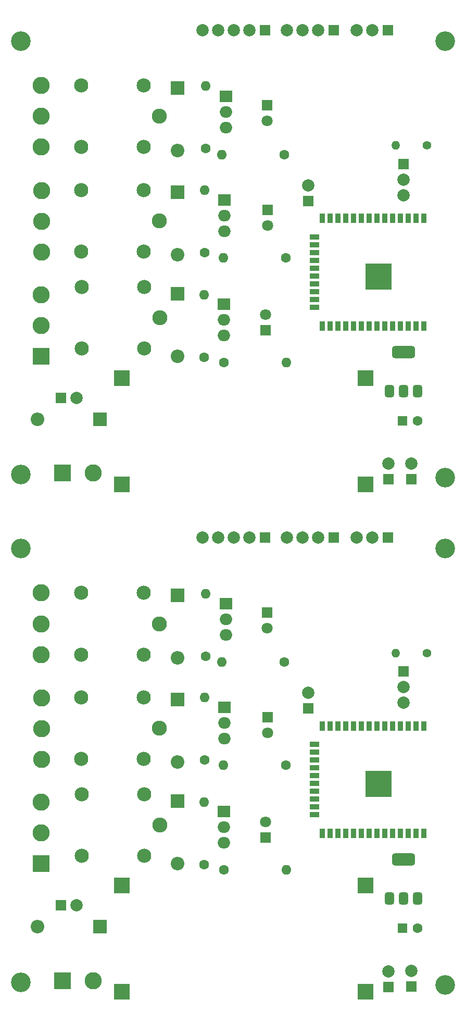
<source format=gbr>
%TF.GenerationSoftware,KiCad,Pcbnew,8.0.1*%
%TF.CreationDate,2024-12-11T12:45:41-03:00*%
%TF.ProjectId,AdeJiga,4164654a-6967-4612-9e6b-696361645f70,rev?*%
%TF.SameCoordinates,Original*%
%TF.FileFunction,Soldermask,Bot*%
%TF.FilePolarity,Negative*%
%FSLAX46Y46*%
G04 Gerber Fmt 4.6, Leading zero omitted, Abs format (unit mm)*
G04 Created by KiCad (PCBNEW 8.0.1) date 2024-12-11 12:45:41*
%MOMM*%
%LPD*%
G01*
G04 APERTURE LIST*
G04 Aperture macros list*
%AMRoundRect*
0 Rectangle with rounded corners*
0 $1 Rounding radius*
0 $2 $3 $4 $5 $6 $7 $8 $9 X,Y pos of 4 corners*
0 Add a 4 corners polygon primitive as box body*
4,1,4,$2,$3,$4,$5,$6,$7,$8,$9,$2,$3,0*
0 Add four circle primitives for the rounded corners*
1,1,$1+$1,$2,$3*
1,1,$1+$1,$4,$5*
1,1,$1+$1,$6,$7*
1,1,$1+$1,$8,$9*
0 Add four rect primitives between the rounded corners*
20,1,$1+$1,$2,$3,$4,$5,0*
20,1,$1+$1,$4,$5,$6,$7,0*
20,1,$1+$1,$6,$7,$8,$9,0*
20,1,$1+$1,$8,$9,$2,$3,0*%
G04 Aperture macros list end*
%ADD10C,2.800000*%
%ADD11C,1.600000*%
%ADD12O,1.600000X1.600000*%
%ADD13R,1.700000X1.700000*%
%ADD14C,2.000000*%
%ADD15R,2.200000X2.200000*%
%ADD16O,2.200000X2.200000*%
%ADD17R,2.500000X2.500000*%
%ADD18C,1.400000*%
%ADD19O,1.400000X1.400000*%
%ADD20C,3.200000*%
%ADD21R,2.000000X1.905000*%
%ADD22O,2.000000X1.905000*%
%ADD23RoundRect,0.375000X0.375000X-0.625000X0.375000X0.625000X-0.375000X0.625000X-0.375000X-0.625000X0*%
%ADD24RoundRect,0.500000X1.400000X-0.500000X1.400000X0.500000X-1.400000X0.500000X-1.400000X-0.500000X0*%
%ADD25C,2.453200*%
%ADD26C,2.303200*%
%ADD27R,0.900000X1.500000*%
%ADD28R,1.500000X0.900000*%
%ADD29R,4.200000X4.200000*%
%ADD30R,1.800000X1.800000*%
%ADD31C,1.800000*%
%ADD32R,2.800000X2.800000*%
%ADD33R,1.600000X1.600000*%
G04 APERTURE END LIST*
D10*
%TO.C,J1*%
X115320000Y-121980000D03*
X115320000Y-116980000D03*
X115320000Y-111980000D03*
%TD*%
D11*
%TO.C,R3*%
X141830000Y-139150000D03*
D12*
X141830000Y-128990000D03*
%TD*%
D10*
%TO.C,J3*%
X115350000Y-139020000D03*
X115350000Y-134020000D03*
X115350000Y-129020000D03*
%TD*%
D13*
%TO.C,J5*%
X158750000Y-130730000D03*
D14*
X158750000Y-128190000D03*
%TD*%
D13*
%TO.C,J6*%
X174250000Y-124700000D03*
D14*
X174250000Y-127240000D03*
X174250000Y-129780000D03*
%TD*%
D15*
%TO.C,D6*%
X137500000Y-145820000D03*
D16*
X137500000Y-155980000D03*
%TD*%
D17*
%TO.C,M1*%
X128396000Y-159558000D03*
X128396000Y-176830000D03*
X168020000Y-159558000D03*
X168020000Y-176830000D03*
%TD*%
D18*
%TO.C,R5*%
X178000000Y-121730000D03*
D19*
X172920000Y-121730000D03*
%TD*%
D13*
%TO.C,J7*%
X175500000Y-175980000D03*
D14*
X175500000Y-173440000D03*
%TD*%
D13*
%TO.C,J4*%
X151660000Y-102980000D03*
D14*
X149120000Y-102980000D03*
X146580000Y-102980000D03*
X144040000Y-102980000D03*
X141500000Y-102980000D03*
%TD*%
D20*
%TO.C,H1*%
X112000000Y-175230000D03*
%TD*%
D15*
%TO.C,D1*%
X137500000Y-112400000D03*
D16*
X137500000Y-122560000D03*
%TD*%
D21*
%TO.C,Q1*%
X145305000Y-113730000D03*
D22*
X145305000Y-116270000D03*
X145305000Y-118810000D03*
%TD*%
D11*
%TO.C,R4*%
X155080000Y-139980000D03*
D12*
X144920000Y-139980000D03*
%TD*%
D23*
%TO.C,U4*%
X176500000Y-161630000D03*
X174200000Y-161630000D03*
D24*
X174200000Y-155330000D03*
D23*
X171900000Y-161630000D03*
%TD*%
D11*
%TO.C,R2*%
X154830000Y-123230000D03*
D12*
X144670000Y-123230000D03*
%TD*%
D25*
%TO.C,K3*%
X134550000Y-149730000D03*
D26*
X132050000Y-154730000D03*
X121850000Y-144730000D03*
X121850000Y-154730000D03*
X132050000Y-144730000D03*
%TD*%
D13*
%TO.C,J9*%
X162900000Y-102980000D03*
D14*
X160360000Y-102980000D03*
X157820000Y-102980000D03*
X155280000Y-102980000D03*
%TD*%
D25*
%TO.C,K1*%
X134500000Y-116980000D03*
D26*
X132000000Y-121980000D03*
X121800000Y-111980000D03*
X121800000Y-121980000D03*
X132000000Y-111980000D03*
%TD*%
D27*
%TO.C,U2*%
X177502500Y-151075000D03*
X176232500Y-151075000D03*
X174962500Y-151075000D03*
X173692500Y-151075000D03*
X172422500Y-151075000D03*
X171152500Y-151075000D03*
X169882500Y-151075000D03*
X168612500Y-151075000D03*
X167342500Y-151075000D03*
X166072500Y-151075000D03*
X164802500Y-151075000D03*
X163532500Y-151075000D03*
X162262500Y-151075000D03*
X160992500Y-151075000D03*
D28*
X159742500Y-148035000D03*
X159742500Y-146765000D03*
X159742500Y-145495000D03*
X159742500Y-144225000D03*
X159742500Y-142955000D03*
X159742500Y-141685000D03*
X159742500Y-140415000D03*
X159742500Y-139145000D03*
X159742500Y-137875000D03*
X159742500Y-136605000D03*
D27*
X160992500Y-133575000D03*
X162262500Y-133575000D03*
X163532500Y-133575000D03*
X164802500Y-133575000D03*
X166072500Y-133575000D03*
X167342500Y-133575000D03*
X168612500Y-133575000D03*
X169882500Y-133575000D03*
X171152500Y-133575000D03*
X172422500Y-133575000D03*
X173692500Y-133575000D03*
X174962500Y-133575000D03*
X176232500Y-133575000D03*
X177502500Y-133575000D03*
D29*
X170162500Y-143005000D03*
%TD*%
D13*
%TO.C,J11*%
X118475000Y-162730000D03*
D14*
X121015000Y-162730000D03*
%TD*%
D30*
%TO.C,D3*%
X152000000Y-115190000D03*
D31*
X152000000Y-117730000D03*
%TD*%
D30*
%TO.C,D7*%
X151750000Y-151755000D03*
D31*
X151750000Y-149215000D03*
%TD*%
D32*
%TO.C,J2*%
X118750000Y-174980000D03*
D10*
X123750000Y-174980000D03*
%TD*%
D15*
%TO.C,D2*%
X137500000Y-129300000D03*
D16*
X137500000Y-139460000D03*
%TD*%
D20*
%TO.C,H3*%
X112000000Y-104730000D03*
%TD*%
%TO.C,H2*%
X181000000Y-175730000D03*
%TD*%
D21*
%TO.C,Q3*%
X145100000Y-130580000D03*
D22*
X145100000Y-133120000D03*
X145100000Y-135660000D03*
%TD*%
D33*
%TO.C,C3*%
X174000000Y-166480000D03*
D11*
X176500000Y-166480000D03*
%TD*%
D13*
%TO.C,J10*%
X171750000Y-176005000D03*
D14*
X171750000Y-173465000D03*
%TD*%
D21*
%TO.C,Q2*%
X145000000Y-147480000D03*
D22*
X145000000Y-150020000D03*
X145000000Y-152560000D03*
%TD*%
D32*
%TO.C,J12*%
X115250000Y-155980000D03*
D10*
X115250000Y-150980000D03*
X115250000Y-145980000D03*
%TD*%
D11*
%TO.C,R1*%
X142000000Y-122230000D03*
D12*
X142000000Y-112070000D03*
%TD*%
D13*
%TO.C,J8*%
X171690000Y-102980000D03*
D14*
X169150000Y-102980000D03*
X166610000Y-102980000D03*
%TD*%
D25*
%TO.C,K2*%
X134480000Y-133960000D03*
D26*
X131980000Y-138960000D03*
X121780000Y-128960000D03*
X121780000Y-138960000D03*
X131980000Y-128960000D03*
%TD*%
D30*
%TO.C,D5*%
X152080000Y-132205000D03*
D31*
X152080000Y-134745000D03*
%TD*%
D11*
%TO.C,R8*%
X141750000Y-156140000D03*
D12*
X141750000Y-145980000D03*
%TD*%
D15*
%TO.C,D4*%
X124830000Y-166230000D03*
D16*
X114670000Y-166230000D03*
%TD*%
D20*
%TO.C,H4*%
X181000000Y-104730000D03*
%TD*%
D11*
%TO.C,R7*%
X145000000Y-156980000D03*
D12*
X155160000Y-156980000D03*
%TD*%
%TO.C,R4*%
X144920000Y-57500000D03*
D11*
X155080000Y-57500000D03*
%TD*%
D14*
%TO.C,J5*%
X158750000Y-45710000D03*
D13*
X158750000Y-48250000D03*
%TD*%
D10*
%TO.C,J1*%
X115320000Y-29500000D03*
X115320000Y-34500000D03*
X115320000Y-39500000D03*
%TD*%
D16*
%TO.C,D6*%
X137500000Y-73500000D03*
D15*
X137500000Y-63340000D03*
%TD*%
D14*
%TO.C,J6*%
X174250000Y-47300000D03*
X174250000Y-44760000D03*
D13*
X174250000Y-42220000D03*
%TD*%
D10*
%TO.C,J3*%
X115350000Y-46540000D03*
X115350000Y-51540000D03*
X115350000Y-56540000D03*
%TD*%
D12*
%TO.C,R3*%
X141830000Y-46510000D03*
D11*
X141830000Y-56670000D03*
%TD*%
D22*
%TO.C,Q1*%
X145305000Y-36330000D03*
X145305000Y-33790000D03*
D21*
X145305000Y-31250000D03*
%TD*%
D16*
%TO.C,D1*%
X137500000Y-40080000D03*
D15*
X137500000Y-29920000D03*
%TD*%
D20*
%TO.C,H1*%
X112000000Y-92750000D03*
%TD*%
D13*
%TO.C,J4*%
X151660000Y-20500000D03*
D14*
X149120000Y-20500000D03*
X146580000Y-20500000D03*
X144040000Y-20500000D03*
X141500000Y-20500000D03*
%TD*%
%TO.C,J7*%
X175500000Y-90960000D03*
D13*
X175500000Y-93500000D03*
%TD*%
D19*
%TO.C,R5*%
X172920000Y-39250000D03*
D18*
X178000000Y-39250000D03*
%TD*%
D17*
%TO.C,M1*%
X168020000Y-94350000D03*
X168020000Y-77078000D03*
X128396000Y-94350000D03*
X128396000Y-77078000D03*
%TD*%
D12*
%TO.C,R1*%
X142000000Y-29590000D03*
D11*
X142000000Y-39750000D03*
%TD*%
D10*
%TO.C,J12*%
X115250000Y-63500000D03*
X115250000Y-68500000D03*
D32*
X115250000Y-73500000D03*
%TD*%
D22*
%TO.C,Q2*%
X145000000Y-70080000D03*
X145000000Y-67540000D03*
D21*
X145000000Y-65000000D03*
%TD*%
D12*
%TO.C,R7*%
X155160000Y-74500000D03*
D11*
X145000000Y-74500000D03*
%TD*%
D26*
%TO.C,K2*%
X131980000Y-46480000D03*
X121780000Y-56480000D03*
X121780000Y-46480000D03*
X131980000Y-56480000D03*
D25*
X134480000Y-51480000D03*
%TD*%
D14*
%TO.C,J10*%
X171750000Y-90985000D03*
D13*
X171750000Y-93525000D03*
%TD*%
D22*
%TO.C,Q3*%
X145100000Y-53180000D03*
X145100000Y-50640000D03*
D21*
X145100000Y-48100000D03*
%TD*%
D11*
%TO.C,C3*%
X176500000Y-84000000D03*
D33*
X174000000Y-84000000D03*
%TD*%
D20*
%TO.C,H4*%
X181000000Y-22250000D03*
%TD*%
%TO.C,H2*%
X181000000Y-93250000D03*
%TD*%
D13*
%TO.C,J8*%
X171690000Y-20500000D03*
D14*
X169150000Y-20500000D03*
X166610000Y-20500000D03*
%TD*%
D20*
%TO.C,H3*%
X112000000Y-22250000D03*
%TD*%
D16*
%TO.C,D2*%
X137500000Y-56980000D03*
D15*
X137500000Y-46820000D03*
%TD*%
D16*
%TO.C,D4*%
X114670000Y-83750000D03*
D15*
X124830000Y-83750000D03*
%TD*%
D10*
%TO.C,J2*%
X123750000Y-92500000D03*
D32*
X118750000Y-92500000D03*
%TD*%
D12*
%TO.C,R8*%
X141750000Y-63500000D03*
D11*
X141750000Y-73660000D03*
%TD*%
D31*
%TO.C,D7*%
X151750000Y-66735000D03*
D30*
X151750000Y-69275000D03*
%TD*%
D31*
%TO.C,D5*%
X152080000Y-52265000D03*
D30*
X152080000Y-49725000D03*
%TD*%
D31*
%TO.C,D3*%
X152000000Y-35250000D03*
D30*
X152000000Y-32710000D03*
%TD*%
D14*
%TO.C,J11*%
X121015000Y-80250000D03*
D13*
X118475000Y-80250000D03*
%TD*%
%TO.C,J9*%
X162900000Y-20500000D03*
D14*
X160360000Y-20500000D03*
X157820000Y-20500000D03*
X155280000Y-20500000D03*
%TD*%
D12*
%TO.C,R2*%
X144670000Y-40750000D03*
D11*
X154830000Y-40750000D03*
%TD*%
D26*
%TO.C,K3*%
X132050000Y-62250000D03*
X121850000Y-72250000D03*
X121850000Y-62250000D03*
X132050000Y-72250000D03*
D25*
X134550000Y-67250000D03*
%TD*%
D26*
%TO.C,K1*%
X132000000Y-29500000D03*
X121800000Y-39500000D03*
X121800000Y-29500000D03*
X132000000Y-39500000D03*
D25*
X134500000Y-34500000D03*
%TD*%
D23*
%TO.C,U4*%
X171900000Y-79150000D03*
D24*
X174200000Y-72850000D03*
D23*
X174200000Y-79150000D03*
X176500000Y-79150000D03*
%TD*%
D29*
%TO.C,U2*%
X170162500Y-60525000D03*
D27*
X177502500Y-51095000D03*
X176232500Y-51095000D03*
X174962500Y-51095000D03*
X173692500Y-51095000D03*
X172422500Y-51095000D03*
X171152500Y-51095000D03*
X169882500Y-51095000D03*
X168612500Y-51095000D03*
X167342500Y-51095000D03*
X166072500Y-51095000D03*
X164802500Y-51095000D03*
X163532500Y-51095000D03*
X162262500Y-51095000D03*
X160992500Y-51095000D03*
D28*
X159742500Y-54125000D03*
X159742500Y-55395000D03*
X159742500Y-56665000D03*
X159742500Y-57935000D03*
X159742500Y-59205000D03*
X159742500Y-60475000D03*
X159742500Y-61745000D03*
X159742500Y-63015000D03*
X159742500Y-64285000D03*
X159742500Y-65555000D03*
D27*
X160992500Y-68595000D03*
X162262500Y-68595000D03*
X163532500Y-68595000D03*
X164802500Y-68595000D03*
X166072500Y-68595000D03*
X167342500Y-68595000D03*
X168612500Y-68595000D03*
X169882500Y-68595000D03*
X171152500Y-68595000D03*
X172422500Y-68595000D03*
X173692500Y-68595000D03*
X174962500Y-68595000D03*
X176232500Y-68595000D03*
X177502500Y-68595000D03*
%TD*%
M02*

</source>
